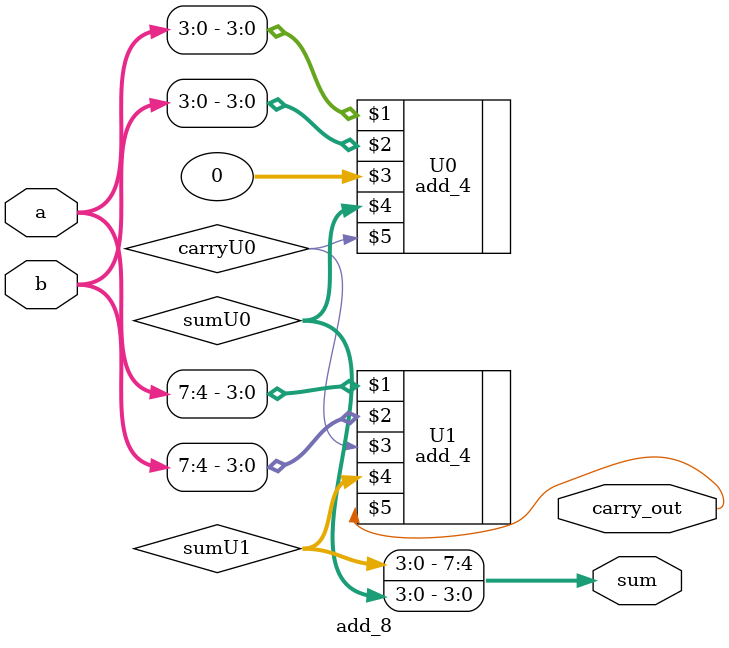
<source format=v>
`timescale 1ns / 1ps

module add_8(input [7:0] a, input [7:0] b, output [7:0] sum, output carry_out);
    wire [3:0] sumU0;
    wire carryU0;
    
    wire [3:0] sumU1;
    
    add_4 U0(a[3:0], b[3:0], 0, sumU0, carryU0);
    add_4 U1(a[7:4], b[7:4], carryU0, sumU1, carry_out);
    
    assign sum = {sumU1, sumU0};
endmodule
</source>
